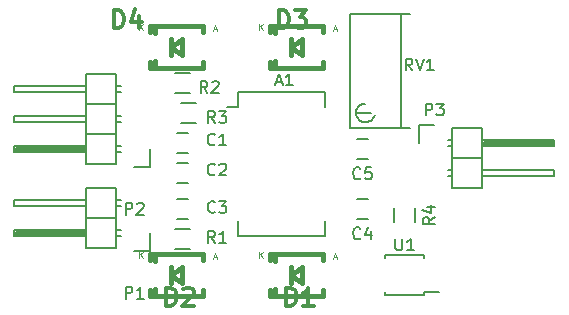
<source format=gbr>
G04 #@! TF.FileFunction,Legend,Top*
%FSLAX46Y46*%
G04 Gerber Fmt 4.6, Leading zero omitted, Abs format (unit mm)*
G04 Created by KiCad (PCBNEW (2015-05-28 BZR 5690)-product) date Monday, June 08, 2015 'PMt' 12:36:40 PM*
%MOMM*%
G01*
G04 APERTURE LIST*
%ADD10C,0.100000*%
%ADD11C,0.150000*%
%ADD12C,0.381000*%
%ADD13C,0.304800*%
%ADD14C,0.099060*%
G04 APERTURE END LIST*
D10*
D11*
X59571000Y-81017000D02*
X59571000Y-82287000D01*
X66921000Y-81017000D02*
X66921000Y-82287000D01*
X66921000Y-93227000D02*
X66921000Y-91957000D01*
X59571000Y-93227000D02*
X59571000Y-91957000D01*
X59571000Y-81017000D02*
X66921000Y-81017000D01*
X59571000Y-93227000D02*
X66921000Y-93227000D01*
X59571000Y-82287000D02*
X58636000Y-82287000D01*
X54364000Y-86194000D02*
X55364000Y-86194000D01*
X55364000Y-84494000D02*
X54364000Y-84494000D01*
X54364000Y-88734000D02*
X55364000Y-88734000D01*
X55364000Y-87034000D02*
X54364000Y-87034000D01*
X55364000Y-90082000D02*
X54364000Y-90082000D01*
X54364000Y-91782000D02*
X55364000Y-91782000D01*
X69604000Y-91782000D02*
X70604000Y-91782000D01*
X70604000Y-90082000D02*
X69604000Y-90082000D01*
X69604000Y-86702000D02*
X70604000Y-86702000D01*
X70604000Y-85002000D02*
X69604000Y-85002000D01*
D12*
X64066420Y-96520000D02*
X65016380Y-97221040D01*
X65016380Y-97221040D02*
X65016380Y-95818960D01*
X65016380Y-95818960D02*
X64066420Y-96520000D01*
X64066420Y-97221040D02*
X64066420Y-95818960D01*
X66766440Y-95120460D02*
X66766440Y-95270320D01*
X66766440Y-97919540D02*
X66766440Y-97769680D01*
X62715140Y-95120460D02*
X62715140Y-95321120D01*
X62265560Y-95171260D02*
X62265560Y-95270320D01*
X62715140Y-97868740D02*
X62715140Y-97718880D01*
X62265560Y-97919540D02*
X62265560Y-97769680D01*
X62715140Y-94769940D02*
X62715140Y-95120460D01*
X62715140Y-98270060D02*
X62715140Y-97919540D01*
X62265560Y-94769940D02*
X62265560Y-95120460D01*
X66766440Y-94769940D02*
X66766440Y-95120460D01*
X66766440Y-98270060D02*
X66766440Y-97919540D01*
X62265560Y-98270060D02*
X62265560Y-97919540D01*
X66766440Y-94769940D02*
X62265560Y-94769940D01*
X66766440Y-98270060D02*
X62265560Y-98270060D01*
X53906420Y-96520000D02*
X54856380Y-97221040D01*
X54856380Y-97221040D02*
X54856380Y-95818960D01*
X54856380Y-95818960D02*
X53906420Y-96520000D01*
X53906420Y-97221040D02*
X53906420Y-95818960D01*
X56606440Y-95120460D02*
X56606440Y-95270320D01*
X56606440Y-97919540D02*
X56606440Y-97769680D01*
X52555140Y-95120460D02*
X52555140Y-95321120D01*
X52105560Y-95171260D02*
X52105560Y-95270320D01*
X52555140Y-97868740D02*
X52555140Y-97718880D01*
X52105560Y-97919540D02*
X52105560Y-97769680D01*
X52555140Y-94769940D02*
X52555140Y-95120460D01*
X52555140Y-98270060D02*
X52555140Y-97919540D01*
X52105560Y-94769940D02*
X52105560Y-95120460D01*
X56606440Y-94769940D02*
X56606440Y-95120460D01*
X56606440Y-98270060D02*
X56606440Y-97919540D01*
X52105560Y-98270060D02*
X52105560Y-97919540D01*
X56606440Y-94769940D02*
X52105560Y-94769940D01*
X56606440Y-98270060D02*
X52105560Y-98270060D01*
X64066420Y-77216000D02*
X65016380Y-77917040D01*
X65016380Y-77917040D02*
X65016380Y-76514960D01*
X65016380Y-76514960D02*
X64066420Y-77216000D01*
X64066420Y-77917040D02*
X64066420Y-76514960D01*
X66766440Y-75816460D02*
X66766440Y-75966320D01*
X66766440Y-78615540D02*
X66766440Y-78465680D01*
X62715140Y-75816460D02*
X62715140Y-76017120D01*
X62265560Y-75867260D02*
X62265560Y-75966320D01*
X62715140Y-78564740D02*
X62715140Y-78414880D01*
X62265560Y-78615540D02*
X62265560Y-78465680D01*
X62715140Y-75465940D02*
X62715140Y-75816460D01*
X62715140Y-78966060D02*
X62715140Y-78615540D01*
X62265560Y-75465940D02*
X62265560Y-75816460D01*
X66766440Y-75465940D02*
X66766440Y-75816460D01*
X66766440Y-78966060D02*
X66766440Y-78615540D01*
X62265560Y-78966060D02*
X62265560Y-78615540D01*
X66766440Y-75465940D02*
X62265560Y-75465940D01*
X66766440Y-78966060D02*
X62265560Y-78966060D01*
X53906420Y-77216000D02*
X54856380Y-77917040D01*
X54856380Y-77917040D02*
X54856380Y-76514960D01*
X54856380Y-76514960D02*
X53906420Y-77216000D01*
X53906420Y-77917040D02*
X53906420Y-76514960D01*
X56606440Y-75816460D02*
X56606440Y-75966320D01*
X56606440Y-78615540D02*
X56606440Y-78465680D01*
X52555140Y-75816460D02*
X52555140Y-76017120D01*
X52105560Y-75867260D02*
X52105560Y-75966320D01*
X52555140Y-78564740D02*
X52555140Y-78414880D01*
X52105560Y-78615540D02*
X52105560Y-78465680D01*
X52555140Y-75465940D02*
X52555140Y-75816460D01*
X52555140Y-78966060D02*
X52555140Y-78615540D01*
X52105560Y-75465940D02*
X52105560Y-75816460D01*
X56606440Y-75465940D02*
X56606440Y-75816460D01*
X56606440Y-78966060D02*
X56606440Y-78615540D01*
X52105560Y-78966060D02*
X52105560Y-78615540D01*
X56606440Y-75465940D02*
X52105560Y-75465940D01*
X56606440Y-78966060D02*
X52105560Y-78966060D01*
D11*
X52100000Y-94514000D02*
X52100000Y-92964000D01*
X50800000Y-94514000D02*
X52100000Y-94514000D01*
X46609000Y-93091000D02*
X40767000Y-93091000D01*
X40767000Y-93091000D02*
X40767000Y-92837000D01*
X40767000Y-92837000D02*
X46609000Y-92837000D01*
X46609000Y-92837000D02*
X46609000Y-92964000D01*
X46609000Y-92964000D02*
X40767000Y-92964000D01*
X49276000Y-93218000D02*
X49657000Y-93218000D01*
X49276000Y-92710000D02*
X49657000Y-92710000D01*
X49276000Y-90678000D02*
X49657000Y-90678000D01*
X49276000Y-90170000D02*
X49657000Y-90170000D01*
X49276000Y-94234000D02*
X46736000Y-94234000D01*
X49276000Y-91694000D02*
X46736000Y-91694000D01*
X49276000Y-91694000D02*
X49276000Y-89154000D01*
X49276000Y-89154000D02*
X46736000Y-89154000D01*
X46736000Y-90678000D02*
X40640000Y-90678000D01*
X40640000Y-90678000D02*
X40640000Y-90170000D01*
X40640000Y-90170000D02*
X46736000Y-90170000D01*
X46736000Y-89154000D02*
X46736000Y-91694000D01*
X46736000Y-91694000D02*
X46736000Y-94234000D01*
X40640000Y-92710000D02*
X46736000Y-92710000D01*
X40640000Y-93218000D02*
X40640000Y-92710000D01*
X46736000Y-93218000D02*
X40640000Y-93218000D01*
X49276000Y-91694000D02*
X46736000Y-91694000D01*
X49276000Y-94234000D02*
X49276000Y-91694000D01*
X52100000Y-87402000D02*
X52100000Y-85852000D01*
X50800000Y-87402000D02*
X52100000Y-87402000D01*
X46609000Y-85979000D02*
X40767000Y-85979000D01*
X40767000Y-85979000D02*
X40767000Y-85725000D01*
X40767000Y-85725000D02*
X46609000Y-85725000D01*
X46609000Y-85725000D02*
X46609000Y-85852000D01*
X46609000Y-85852000D02*
X40767000Y-85852000D01*
X49276000Y-86106000D02*
X49657000Y-86106000D01*
X49276000Y-85598000D02*
X49657000Y-85598000D01*
X49276000Y-83566000D02*
X49657000Y-83566000D01*
X49276000Y-83058000D02*
X49657000Y-83058000D01*
X49276000Y-81026000D02*
X49657000Y-81026000D01*
X49276000Y-80518000D02*
X49657000Y-80518000D01*
X46736000Y-84582000D02*
X46736000Y-87122000D01*
X40640000Y-85598000D02*
X46736000Y-85598000D01*
X40640000Y-86106000D02*
X40640000Y-85598000D01*
X46736000Y-86106000D02*
X40640000Y-86106000D01*
X49276000Y-84582000D02*
X46736000Y-84582000D01*
X49276000Y-87122000D02*
X49276000Y-84582000D01*
X49276000Y-87122000D02*
X46736000Y-87122000D01*
X49276000Y-82042000D02*
X46736000Y-82042000D01*
X49276000Y-82042000D02*
X49276000Y-79502000D01*
X46736000Y-81026000D02*
X40640000Y-81026000D01*
X40640000Y-81026000D02*
X40640000Y-80518000D01*
X40640000Y-80518000D02*
X46736000Y-80518000D01*
X46736000Y-79502000D02*
X46736000Y-82042000D01*
X46736000Y-82042000D02*
X46736000Y-84582000D01*
X40640000Y-83058000D02*
X46736000Y-83058000D01*
X40640000Y-83566000D02*
X40640000Y-83058000D01*
X46736000Y-83566000D02*
X40640000Y-83566000D01*
X49276000Y-82042000D02*
X46736000Y-82042000D01*
X49276000Y-84582000D02*
X49276000Y-82042000D01*
X49276000Y-84582000D02*
X46736000Y-84582000D01*
X49276000Y-79502000D02*
X46736000Y-79502000D01*
X74900000Y-83794000D02*
X74900000Y-85344000D01*
X76200000Y-83794000D02*
X74900000Y-83794000D01*
X80391000Y-85217000D02*
X86233000Y-85217000D01*
X86233000Y-85217000D02*
X86233000Y-85471000D01*
X86233000Y-85471000D02*
X80391000Y-85471000D01*
X80391000Y-85471000D02*
X80391000Y-85344000D01*
X80391000Y-85344000D02*
X86233000Y-85344000D01*
X77724000Y-85090000D02*
X77343000Y-85090000D01*
X77724000Y-85598000D02*
X77343000Y-85598000D01*
X77724000Y-87630000D02*
X77343000Y-87630000D01*
X77724000Y-88138000D02*
X77343000Y-88138000D01*
X77724000Y-84074000D02*
X80264000Y-84074000D01*
X77724000Y-86614000D02*
X80264000Y-86614000D01*
X77724000Y-86614000D02*
X77724000Y-89154000D01*
X77724000Y-89154000D02*
X80264000Y-89154000D01*
X80264000Y-87630000D02*
X86360000Y-87630000D01*
X86360000Y-87630000D02*
X86360000Y-88138000D01*
X86360000Y-88138000D02*
X80264000Y-88138000D01*
X80264000Y-89154000D02*
X80264000Y-86614000D01*
X80264000Y-86614000D02*
X80264000Y-84074000D01*
X86360000Y-85598000D02*
X80264000Y-85598000D01*
X86360000Y-85090000D02*
X86360000Y-85598000D01*
X80264000Y-85090000D02*
X86360000Y-85090000D01*
X77724000Y-86614000D02*
X80264000Y-86614000D01*
X77724000Y-84074000D02*
X77724000Y-86614000D01*
X55464000Y-94347000D02*
X54264000Y-94347000D01*
X54264000Y-92597000D02*
X55464000Y-92597000D01*
X55464000Y-81139000D02*
X54264000Y-81139000D01*
X54264000Y-79389000D02*
X55464000Y-79389000D01*
X55972000Y-83679000D02*
X54772000Y-83679000D01*
X54772000Y-81929000D02*
X55972000Y-81929000D01*
X72785000Y-92040000D02*
X72785000Y-90840000D01*
X74535000Y-90840000D02*
X74535000Y-92040000D01*
X69596000Y-82804000D02*
X70866000Y-82804000D01*
X70345300Y-82016600D02*
X70091300Y-82054700D01*
X70091300Y-82054700D02*
X69811900Y-82232500D01*
X69811900Y-82232500D02*
X69596000Y-82550000D01*
X69596000Y-82550000D02*
X69583300Y-82994500D01*
X69583300Y-82994500D02*
X69786500Y-83350100D01*
X69786500Y-83350100D02*
X70078600Y-83527900D01*
X70078600Y-83527900D02*
X70396100Y-83578700D01*
X70396100Y-83578700D02*
X70802500Y-83477100D01*
X70802500Y-83477100D02*
X71056500Y-83134200D01*
X71056500Y-83134200D02*
X71145400Y-82956400D01*
X73406000Y-74422000D02*
X73406000Y-84074000D01*
X70358000Y-84074000D02*
X69088000Y-84074000D01*
X69088000Y-84074000D02*
X69088000Y-74422000D01*
X69088000Y-74422000D02*
X74168000Y-74422000D01*
X74168000Y-84074000D02*
X71628000Y-84074000D01*
X71628000Y-84074000D02*
X70358000Y-84074000D01*
X75335000Y-98195000D02*
X75335000Y-97945000D01*
X71985000Y-98195000D02*
X71985000Y-97945000D01*
X71985000Y-94845000D02*
X71985000Y-95095000D01*
X75335000Y-94845000D02*
X75335000Y-95095000D01*
X75335000Y-98195000D02*
X71985000Y-98195000D01*
X75335000Y-94845000D02*
X71985000Y-94845000D01*
X75335000Y-97945000D02*
X76585000Y-97945000D01*
X62785714Y-80176667D02*
X63261905Y-80176667D01*
X62690476Y-80462381D02*
X63023809Y-79462381D01*
X63357143Y-80462381D01*
X64214286Y-80462381D02*
X63642857Y-80462381D01*
X63928571Y-80462381D02*
X63928571Y-79462381D01*
X63833333Y-79605238D01*
X63738095Y-79700476D01*
X63642857Y-79748095D01*
X57618334Y-85447143D02*
X57570715Y-85494762D01*
X57427858Y-85542381D01*
X57332620Y-85542381D01*
X57189762Y-85494762D01*
X57094524Y-85399524D01*
X57046905Y-85304286D01*
X56999286Y-85113810D01*
X56999286Y-84970952D01*
X57046905Y-84780476D01*
X57094524Y-84685238D01*
X57189762Y-84590000D01*
X57332620Y-84542381D01*
X57427858Y-84542381D01*
X57570715Y-84590000D01*
X57618334Y-84637619D01*
X58570715Y-85542381D02*
X57999286Y-85542381D01*
X58285000Y-85542381D02*
X58285000Y-84542381D01*
X58189762Y-84685238D01*
X58094524Y-84780476D01*
X57999286Y-84828095D01*
X57618334Y-87987143D02*
X57570715Y-88034762D01*
X57427858Y-88082381D01*
X57332620Y-88082381D01*
X57189762Y-88034762D01*
X57094524Y-87939524D01*
X57046905Y-87844286D01*
X56999286Y-87653810D01*
X56999286Y-87510952D01*
X57046905Y-87320476D01*
X57094524Y-87225238D01*
X57189762Y-87130000D01*
X57332620Y-87082381D01*
X57427858Y-87082381D01*
X57570715Y-87130000D01*
X57618334Y-87177619D01*
X57999286Y-87177619D02*
X58046905Y-87130000D01*
X58142143Y-87082381D01*
X58380239Y-87082381D01*
X58475477Y-87130000D01*
X58523096Y-87177619D01*
X58570715Y-87272857D01*
X58570715Y-87368095D01*
X58523096Y-87510952D01*
X57951667Y-88082381D01*
X58570715Y-88082381D01*
X57618334Y-91162143D02*
X57570715Y-91209762D01*
X57427858Y-91257381D01*
X57332620Y-91257381D01*
X57189762Y-91209762D01*
X57094524Y-91114524D01*
X57046905Y-91019286D01*
X56999286Y-90828810D01*
X56999286Y-90685952D01*
X57046905Y-90495476D01*
X57094524Y-90400238D01*
X57189762Y-90305000D01*
X57332620Y-90257381D01*
X57427858Y-90257381D01*
X57570715Y-90305000D01*
X57618334Y-90352619D01*
X57951667Y-90257381D02*
X58570715Y-90257381D01*
X58237381Y-90638333D01*
X58380239Y-90638333D01*
X58475477Y-90685952D01*
X58523096Y-90733571D01*
X58570715Y-90828810D01*
X58570715Y-91066905D01*
X58523096Y-91162143D01*
X58475477Y-91209762D01*
X58380239Y-91257381D01*
X58094524Y-91257381D01*
X57999286Y-91209762D01*
X57951667Y-91162143D01*
X69937334Y-93389143D02*
X69889715Y-93436762D01*
X69746858Y-93484381D01*
X69651620Y-93484381D01*
X69508762Y-93436762D01*
X69413524Y-93341524D01*
X69365905Y-93246286D01*
X69318286Y-93055810D01*
X69318286Y-92912952D01*
X69365905Y-92722476D01*
X69413524Y-92627238D01*
X69508762Y-92532000D01*
X69651620Y-92484381D01*
X69746858Y-92484381D01*
X69889715Y-92532000D01*
X69937334Y-92579619D01*
X70794477Y-92817714D02*
X70794477Y-93484381D01*
X70556381Y-92436762D02*
X70318286Y-93151048D01*
X70937334Y-93151048D01*
X69937334Y-88309143D02*
X69889715Y-88356762D01*
X69746858Y-88404381D01*
X69651620Y-88404381D01*
X69508762Y-88356762D01*
X69413524Y-88261524D01*
X69365905Y-88166286D01*
X69318286Y-87975810D01*
X69318286Y-87832952D01*
X69365905Y-87642476D01*
X69413524Y-87547238D01*
X69508762Y-87452000D01*
X69651620Y-87404381D01*
X69746858Y-87404381D01*
X69889715Y-87452000D01*
X69937334Y-87499619D01*
X70842096Y-87404381D02*
X70365905Y-87404381D01*
X70318286Y-87880571D01*
X70365905Y-87832952D01*
X70461143Y-87785333D01*
X70699239Y-87785333D01*
X70794477Y-87832952D01*
X70842096Y-87880571D01*
X70889715Y-87975810D01*
X70889715Y-88213905D01*
X70842096Y-88309143D01*
X70794477Y-88356762D01*
X70699239Y-88404381D01*
X70461143Y-88404381D01*
X70365905Y-88356762D01*
X70318286Y-88309143D01*
D13*
X63645143Y-99114429D02*
X63645143Y-97590429D01*
X64008000Y-97590429D01*
X64225715Y-97663000D01*
X64370857Y-97808143D01*
X64443429Y-97953286D01*
X64516000Y-98243571D01*
X64516000Y-98461286D01*
X64443429Y-98751571D01*
X64370857Y-98896714D01*
X64225715Y-99041857D01*
X64008000Y-99114429D01*
X63645143Y-99114429D01*
X65967429Y-99114429D02*
X65096572Y-99114429D01*
X65532000Y-99114429D02*
X65532000Y-97590429D01*
X65386857Y-97808143D01*
X65241715Y-97953286D01*
X65096572Y-98025857D01*
D14*
X67696322Y-95003197D02*
X67934599Y-95003197D01*
X67648667Y-95146162D02*
X67815461Y-94645782D01*
X67982254Y-95146162D01*
X61385208Y-95047102D02*
X61385208Y-94546722D01*
X61671140Y-95047102D02*
X61456691Y-94761171D01*
X61671140Y-94546722D02*
X61385208Y-94832654D01*
D13*
X53485143Y-99114429D02*
X53485143Y-97590429D01*
X53848000Y-97590429D01*
X54065715Y-97663000D01*
X54210857Y-97808143D01*
X54283429Y-97953286D01*
X54356000Y-98243571D01*
X54356000Y-98461286D01*
X54283429Y-98751571D01*
X54210857Y-98896714D01*
X54065715Y-99041857D01*
X53848000Y-99114429D01*
X53485143Y-99114429D01*
X54936572Y-97735571D02*
X55009143Y-97663000D01*
X55154286Y-97590429D01*
X55517143Y-97590429D01*
X55662286Y-97663000D01*
X55734857Y-97735571D01*
X55807429Y-97880714D01*
X55807429Y-98025857D01*
X55734857Y-98243571D01*
X54864000Y-99114429D01*
X55807429Y-99114429D01*
D14*
X57536322Y-95003197D02*
X57774599Y-95003197D01*
X57488667Y-95146162D02*
X57655461Y-94645782D01*
X57822254Y-95146162D01*
X51225208Y-95047102D02*
X51225208Y-94546722D01*
X51511140Y-95047102D02*
X51296691Y-94761171D01*
X51511140Y-94546722D02*
X51225208Y-94832654D01*
D13*
X63010143Y-75619429D02*
X63010143Y-74095429D01*
X63373000Y-74095429D01*
X63590715Y-74168000D01*
X63735857Y-74313143D01*
X63808429Y-74458286D01*
X63881000Y-74748571D01*
X63881000Y-74966286D01*
X63808429Y-75256571D01*
X63735857Y-75401714D01*
X63590715Y-75546857D01*
X63373000Y-75619429D01*
X63010143Y-75619429D01*
X64389000Y-74095429D02*
X65332429Y-74095429D01*
X64824429Y-74676000D01*
X65042143Y-74676000D01*
X65187286Y-74748571D01*
X65259857Y-74821143D01*
X65332429Y-74966286D01*
X65332429Y-75329143D01*
X65259857Y-75474286D01*
X65187286Y-75546857D01*
X65042143Y-75619429D01*
X64606715Y-75619429D01*
X64461572Y-75546857D01*
X64389000Y-75474286D01*
D14*
X67696322Y-75699197D02*
X67934599Y-75699197D01*
X67648667Y-75842162D02*
X67815461Y-75341782D01*
X67982254Y-75842162D01*
X61385208Y-75743102D02*
X61385208Y-75242722D01*
X61671140Y-75743102D02*
X61456691Y-75457171D01*
X61671140Y-75242722D02*
X61385208Y-75528654D01*
D13*
X49040143Y-75619429D02*
X49040143Y-74095429D01*
X49403000Y-74095429D01*
X49620715Y-74168000D01*
X49765857Y-74313143D01*
X49838429Y-74458286D01*
X49911000Y-74748571D01*
X49911000Y-74966286D01*
X49838429Y-75256571D01*
X49765857Y-75401714D01*
X49620715Y-75546857D01*
X49403000Y-75619429D01*
X49040143Y-75619429D01*
X51217286Y-74603429D02*
X51217286Y-75619429D01*
X50854429Y-74022857D02*
X50491572Y-75111429D01*
X51435000Y-75111429D01*
D14*
X57536322Y-75699197D02*
X57774599Y-75699197D01*
X57488667Y-75842162D02*
X57655461Y-75341782D01*
X57822254Y-75842162D01*
X51225208Y-75743102D02*
X51225208Y-75242722D01*
X51511140Y-75743102D02*
X51296691Y-75457171D01*
X51511140Y-75242722D02*
X51225208Y-75528654D01*
D11*
X50061905Y-98516381D02*
X50061905Y-97516381D01*
X50442858Y-97516381D01*
X50538096Y-97564000D01*
X50585715Y-97611619D01*
X50633334Y-97706857D01*
X50633334Y-97849714D01*
X50585715Y-97944952D01*
X50538096Y-97992571D01*
X50442858Y-98040190D01*
X50061905Y-98040190D01*
X51585715Y-98516381D02*
X51014286Y-98516381D01*
X51300000Y-98516381D02*
X51300000Y-97516381D01*
X51204762Y-97659238D01*
X51109524Y-97754476D01*
X51014286Y-97802095D01*
X50061905Y-91404381D02*
X50061905Y-90404381D01*
X50442858Y-90404381D01*
X50538096Y-90452000D01*
X50585715Y-90499619D01*
X50633334Y-90594857D01*
X50633334Y-90737714D01*
X50585715Y-90832952D01*
X50538096Y-90880571D01*
X50442858Y-90928190D01*
X50061905Y-90928190D01*
X51014286Y-90499619D02*
X51061905Y-90452000D01*
X51157143Y-90404381D01*
X51395239Y-90404381D01*
X51490477Y-90452000D01*
X51538096Y-90499619D01*
X51585715Y-90594857D01*
X51585715Y-90690095D01*
X51538096Y-90832952D01*
X50966667Y-91404381D01*
X51585715Y-91404381D01*
X75461905Y-83002381D02*
X75461905Y-82002381D01*
X75842858Y-82002381D01*
X75938096Y-82050000D01*
X75985715Y-82097619D01*
X76033334Y-82192857D01*
X76033334Y-82335714D01*
X75985715Y-82430952D01*
X75938096Y-82478571D01*
X75842858Y-82526190D01*
X75461905Y-82526190D01*
X76366667Y-82002381D02*
X76985715Y-82002381D01*
X76652381Y-82383333D01*
X76795239Y-82383333D01*
X76890477Y-82430952D01*
X76938096Y-82478571D01*
X76985715Y-82573810D01*
X76985715Y-82811905D01*
X76938096Y-82907143D01*
X76890477Y-82954762D01*
X76795239Y-83002381D01*
X76509524Y-83002381D01*
X76414286Y-82954762D01*
X76366667Y-82907143D01*
X57618334Y-93797381D02*
X57285000Y-93321190D01*
X57046905Y-93797381D02*
X57046905Y-92797381D01*
X57427858Y-92797381D01*
X57523096Y-92845000D01*
X57570715Y-92892619D01*
X57618334Y-92987857D01*
X57618334Y-93130714D01*
X57570715Y-93225952D01*
X57523096Y-93273571D01*
X57427858Y-93321190D01*
X57046905Y-93321190D01*
X58570715Y-93797381D02*
X57999286Y-93797381D01*
X58285000Y-93797381D02*
X58285000Y-92797381D01*
X58189762Y-92940238D01*
X58094524Y-93035476D01*
X57999286Y-93083095D01*
X56983334Y-81097381D02*
X56650000Y-80621190D01*
X56411905Y-81097381D02*
X56411905Y-80097381D01*
X56792858Y-80097381D01*
X56888096Y-80145000D01*
X56935715Y-80192619D01*
X56983334Y-80287857D01*
X56983334Y-80430714D01*
X56935715Y-80525952D01*
X56888096Y-80573571D01*
X56792858Y-80621190D01*
X56411905Y-80621190D01*
X57364286Y-80192619D02*
X57411905Y-80145000D01*
X57507143Y-80097381D01*
X57745239Y-80097381D01*
X57840477Y-80145000D01*
X57888096Y-80192619D01*
X57935715Y-80287857D01*
X57935715Y-80383095D01*
X57888096Y-80525952D01*
X57316667Y-81097381D01*
X57935715Y-81097381D01*
X57618334Y-83637381D02*
X57285000Y-83161190D01*
X57046905Y-83637381D02*
X57046905Y-82637381D01*
X57427858Y-82637381D01*
X57523096Y-82685000D01*
X57570715Y-82732619D01*
X57618334Y-82827857D01*
X57618334Y-82970714D01*
X57570715Y-83065952D01*
X57523096Y-83113571D01*
X57427858Y-83161190D01*
X57046905Y-83161190D01*
X57951667Y-82637381D02*
X58570715Y-82637381D01*
X58237381Y-83018333D01*
X58380239Y-83018333D01*
X58475477Y-83065952D01*
X58523096Y-83113571D01*
X58570715Y-83208810D01*
X58570715Y-83446905D01*
X58523096Y-83542143D01*
X58475477Y-83589762D01*
X58380239Y-83637381D01*
X58094524Y-83637381D01*
X57999286Y-83589762D01*
X57951667Y-83542143D01*
X76212381Y-91606666D02*
X75736190Y-91940000D01*
X76212381Y-92178095D02*
X75212381Y-92178095D01*
X75212381Y-91797142D01*
X75260000Y-91701904D01*
X75307619Y-91654285D01*
X75402857Y-91606666D01*
X75545714Y-91606666D01*
X75640952Y-91654285D01*
X75688571Y-91701904D01*
X75736190Y-91797142D01*
X75736190Y-92178095D01*
X75545714Y-90749523D02*
X76212381Y-90749523D01*
X75164762Y-90987619D02*
X75879048Y-91225714D01*
X75879048Y-90606666D01*
X74334762Y-79192381D02*
X74001428Y-78716190D01*
X73763333Y-79192381D02*
X73763333Y-78192381D01*
X74144286Y-78192381D01*
X74239524Y-78240000D01*
X74287143Y-78287619D01*
X74334762Y-78382857D01*
X74334762Y-78525714D01*
X74287143Y-78620952D01*
X74239524Y-78668571D01*
X74144286Y-78716190D01*
X73763333Y-78716190D01*
X74620476Y-78192381D02*
X74953809Y-79192381D01*
X75287143Y-78192381D01*
X76144286Y-79192381D02*
X75572857Y-79192381D01*
X75858571Y-79192381D02*
X75858571Y-78192381D01*
X75763333Y-78335238D01*
X75668095Y-78430476D01*
X75572857Y-78478095D01*
X72898095Y-93432381D02*
X72898095Y-94241905D01*
X72945714Y-94337143D01*
X72993333Y-94384762D01*
X73088571Y-94432381D01*
X73279048Y-94432381D01*
X73374286Y-94384762D01*
X73421905Y-94337143D01*
X73469524Y-94241905D01*
X73469524Y-93432381D01*
X74469524Y-94432381D02*
X73898095Y-94432381D01*
X74183809Y-94432381D02*
X74183809Y-93432381D01*
X74088571Y-93575238D01*
X73993333Y-93670476D01*
X73898095Y-93718095D01*
M02*

</source>
